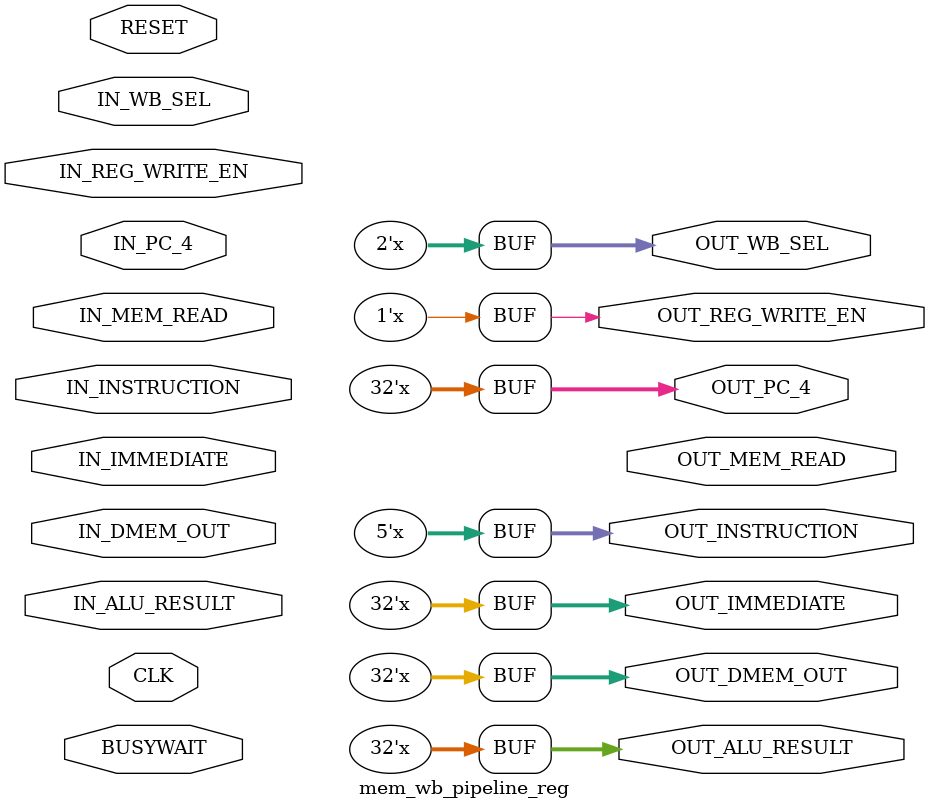
<source format=v>
 /*______________________________________________________________________________
  |                                                                              |
  |  File Name         -mem_wbpipeline_reg.v                                    |
  |  Created By        -Group1(E17)                                              |
  |  Project/ Course   -CO502                                                    |
  |  Institute         -University of peradeniya                                 |
  |  Date              -05.04.2023                                               |
  |  Discription       -Pipeline Register                                        |
  |______________________________________________________________________________|
  
*/

module mem_wb_pipeline_reg(
    CLK, 
    RESET,
    BUSYWAIT,
    IN_INSTRUCTION, // INSTRUCTION [11:7]
    IN_PC_4,
    IN_ALU_RESULT, 
    IN_IMMEDIATE,
    IN_DMEM_OUT,
    IN_WB_SEL,
    IN_REG_WRITE_EN,
    IN_MEM_READ,
    OUT_INSTRUCTION,
    OUT_PC_4,
    OUT_ALU_RESULT,
    OUT_IMMEDIATE, 
    OUT_DMEM_OUT,
    OUT_WB_SEL,
    OUT_REG_WRITE_EN,
    OUT_MEM_READ
    );

    //declare the ports
    input [4:0] IN_INSTRUCTION;
    input [1:0] IN_WB_SEL;
    
    input [31:0] IN_PC_4,
            IN_ALU_RESULT,
            IN_IMMEDIATE,
            IN_DMEM_OUT,IN_MEM_READ;   
                
    input IN_REG_WRITE_EN,
        CLK, 
        RESET, 
        BUSYWAIT;

    output reg [4:0] OUT_INSTRUCTION;
    output reg [1:0] OUT_WB_SEL;

    output reg [31:0] OUT_PC_4,
                    OUT_ALU_RESULT,
                    OUT_IMMEDIATE,
                    OUT_DMEM_OUT,OUT_MEM_READ; 

    output reg OUT_REG_WRITE_EN;

    //RESETTING output registers
    always @ (*) begin
        if (RESET) begin
            #1;
            OUT_INSTRUCTION = 5'dx;
            OUT_PC_4 = 32'dx;
            OUT_ALU_RESULT = 32'dx;
            OUT_IMMEDIATE =  32'dx;
            OUT_DMEM_OUT = 32'dx;
            OUT_WB_SEL = 2'dx;
            OUT_REG_WRITE_EN = 1'bx;
        end
    end

    //Writing the input values to the output registers, 
    //when the RESET is low and when the CLOCK is at a positive edge and BUSYWAIT is low 
    always @(posedge CLK)
    begin
        #0
        if (!RESET & !BUSYWAIT) begin
            OUT_INSTRUCTION <= #1 IN_INSTRUCTION;
            OUT_PC_4 <= #1 IN_PC_4;
            OUT_ALU_RESULT <= #1 IN_ALU_RESULT;
            OUT_IMMEDIATE <= #1  IN_IMMEDIATE;
            OUT_DMEM_OUT <= #1 IN_DMEM_OUT;
            OUT_WB_SEL <= #1 IN_WB_SEL;
            OUT_REG_WRITE_EN <= #1 IN_REG_WRITE_EN;
        end
    end

endmodule
</source>
